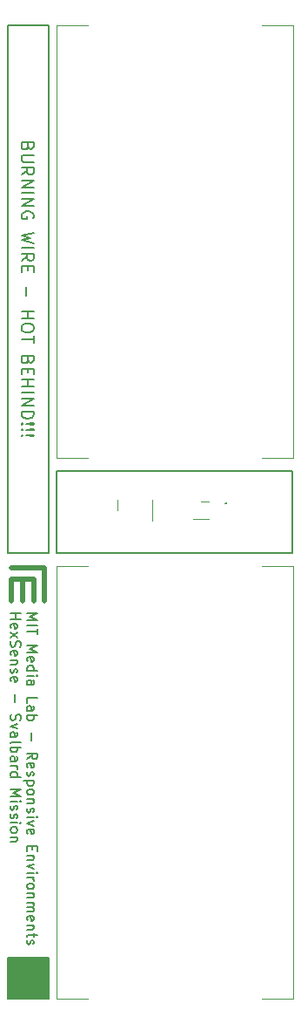
<source format=gbr>
%TF.GenerationSoftware,KiCad,Pcbnew,7.0.5*%
%TF.CreationDate,2023-06-02T13:02:35-04:00*%
%TF.ProjectId,SIDE,53494445-2e6b-4696-9361-645f70636258,rev?*%
%TF.SameCoordinates,Original*%
%TF.FileFunction,Legend,Top*%
%TF.FilePolarity,Positive*%
%FSLAX46Y46*%
G04 Gerber Fmt 4.6, Leading zero omitted, Abs format (unit mm)*
G04 Created by KiCad (PCBNEW 7.0.5) date 2023-06-02 13:02:35*
%MOMM*%
%LPD*%
G01*
G04 APERTURE LIST*
%ADD10C,0.500000*%
%ADD11C,0.150000*%
%ADD12C,0.200000*%
%ADD13C,0.120000*%
G04 APERTURE END LIST*
D10*
X139403334Y-102218022D02*
X139403334Y-104318022D01*
X141536668Y-101118022D02*
X141536668Y-104318022D01*
X138336668Y-102218022D02*
X140470000Y-102218022D01*
X138336668Y-102218022D02*
X138336668Y-104318022D01*
X141536668Y-101118022D02*
X138290000Y-101118022D01*
D11*
X137970000Y-48468022D02*
X141970000Y-48468022D01*
X141970000Y-99668022D01*
X137970000Y-99668022D01*
X137970000Y-48468022D01*
X137970000Y-138968022D02*
X141970000Y-138968022D01*
X141970000Y-142968022D01*
X137970000Y-142968022D01*
X137970000Y-138968022D01*
G36*
X137970000Y-138968022D02*
G01*
X141970000Y-138968022D01*
X141970000Y-142968022D01*
X137970000Y-142968022D01*
X137970000Y-138968022D01*
G37*
D10*
X140470000Y-102218022D02*
X140470000Y-104318022D01*
D11*
X142720000Y-91718022D02*
X165670000Y-91718022D01*
X165670000Y-99718022D01*
X142720000Y-99718022D01*
X142720000Y-91718022D01*
X139826848Y-105554801D02*
X140826848Y-105554801D01*
X140826848Y-105554801D02*
X140112563Y-105888134D01*
X140112563Y-105888134D02*
X140826848Y-106221467D01*
X140826848Y-106221467D02*
X139826848Y-106221467D01*
X139826848Y-106697658D02*
X140826848Y-106697658D01*
X140826848Y-107030991D02*
X140826848Y-107602419D01*
X139826848Y-107316705D02*
X140826848Y-107316705D01*
X139826848Y-108697658D02*
X140826848Y-108697658D01*
X140826848Y-108697658D02*
X140112563Y-109030991D01*
X140112563Y-109030991D02*
X140826848Y-109364324D01*
X140826848Y-109364324D02*
X139826848Y-109364324D01*
X139874468Y-110221467D02*
X139826848Y-110126229D01*
X139826848Y-110126229D02*
X139826848Y-109935753D01*
X139826848Y-109935753D02*
X139874468Y-109840515D01*
X139874468Y-109840515D02*
X139969706Y-109792896D01*
X139969706Y-109792896D02*
X140350658Y-109792896D01*
X140350658Y-109792896D02*
X140445896Y-109840515D01*
X140445896Y-109840515D02*
X140493515Y-109935753D01*
X140493515Y-109935753D02*
X140493515Y-110126229D01*
X140493515Y-110126229D02*
X140445896Y-110221467D01*
X140445896Y-110221467D02*
X140350658Y-110269086D01*
X140350658Y-110269086D02*
X140255420Y-110269086D01*
X140255420Y-110269086D02*
X140160182Y-109792896D01*
X139826848Y-111126229D02*
X140826848Y-111126229D01*
X139874468Y-111126229D02*
X139826848Y-111030991D01*
X139826848Y-111030991D02*
X139826848Y-110840515D01*
X139826848Y-110840515D02*
X139874468Y-110745277D01*
X139874468Y-110745277D02*
X139922087Y-110697658D01*
X139922087Y-110697658D02*
X140017325Y-110650039D01*
X140017325Y-110650039D02*
X140303039Y-110650039D01*
X140303039Y-110650039D02*
X140398277Y-110697658D01*
X140398277Y-110697658D02*
X140445896Y-110745277D01*
X140445896Y-110745277D02*
X140493515Y-110840515D01*
X140493515Y-110840515D02*
X140493515Y-111030991D01*
X140493515Y-111030991D02*
X140445896Y-111126229D01*
X139826848Y-111602420D02*
X140493515Y-111602420D01*
X140826848Y-111602420D02*
X140779229Y-111554801D01*
X140779229Y-111554801D02*
X140731610Y-111602420D01*
X140731610Y-111602420D02*
X140779229Y-111650039D01*
X140779229Y-111650039D02*
X140826848Y-111602420D01*
X140826848Y-111602420D02*
X140731610Y-111602420D01*
X139826848Y-112507181D02*
X140350658Y-112507181D01*
X140350658Y-112507181D02*
X140445896Y-112459562D01*
X140445896Y-112459562D02*
X140493515Y-112364324D01*
X140493515Y-112364324D02*
X140493515Y-112173848D01*
X140493515Y-112173848D02*
X140445896Y-112078610D01*
X139874468Y-112507181D02*
X139826848Y-112411943D01*
X139826848Y-112411943D02*
X139826848Y-112173848D01*
X139826848Y-112173848D02*
X139874468Y-112078610D01*
X139874468Y-112078610D02*
X139969706Y-112030991D01*
X139969706Y-112030991D02*
X140064944Y-112030991D01*
X140064944Y-112030991D02*
X140160182Y-112078610D01*
X140160182Y-112078610D02*
X140207801Y-112173848D01*
X140207801Y-112173848D02*
X140207801Y-112411943D01*
X140207801Y-112411943D02*
X140255420Y-112507181D01*
X139826848Y-114221467D02*
X139826848Y-113745277D01*
X139826848Y-113745277D02*
X140826848Y-113745277D01*
X139826848Y-114983372D02*
X140350658Y-114983372D01*
X140350658Y-114983372D02*
X140445896Y-114935753D01*
X140445896Y-114935753D02*
X140493515Y-114840515D01*
X140493515Y-114840515D02*
X140493515Y-114650039D01*
X140493515Y-114650039D02*
X140445896Y-114554801D01*
X139874468Y-114983372D02*
X139826848Y-114888134D01*
X139826848Y-114888134D02*
X139826848Y-114650039D01*
X139826848Y-114650039D02*
X139874468Y-114554801D01*
X139874468Y-114554801D02*
X139969706Y-114507182D01*
X139969706Y-114507182D02*
X140064944Y-114507182D01*
X140064944Y-114507182D02*
X140160182Y-114554801D01*
X140160182Y-114554801D02*
X140207801Y-114650039D01*
X140207801Y-114650039D02*
X140207801Y-114888134D01*
X140207801Y-114888134D02*
X140255420Y-114983372D01*
X139826848Y-115459563D02*
X140826848Y-115459563D01*
X140445896Y-115459563D02*
X140493515Y-115554801D01*
X140493515Y-115554801D02*
X140493515Y-115745277D01*
X140493515Y-115745277D02*
X140445896Y-115840515D01*
X140445896Y-115840515D02*
X140398277Y-115888134D01*
X140398277Y-115888134D02*
X140303039Y-115935753D01*
X140303039Y-115935753D02*
X140017325Y-115935753D01*
X140017325Y-115935753D02*
X139922087Y-115888134D01*
X139922087Y-115888134D02*
X139874468Y-115840515D01*
X139874468Y-115840515D02*
X139826848Y-115745277D01*
X139826848Y-115745277D02*
X139826848Y-115554801D01*
X139826848Y-115554801D02*
X139874468Y-115459563D01*
X140207801Y-117126230D02*
X140207801Y-117888135D01*
X139826848Y-119697658D02*
X140303039Y-119364325D01*
X139826848Y-119126230D02*
X140826848Y-119126230D01*
X140826848Y-119126230D02*
X140826848Y-119507182D01*
X140826848Y-119507182D02*
X140779229Y-119602420D01*
X140779229Y-119602420D02*
X140731610Y-119650039D01*
X140731610Y-119650039D02*
X140636372Y-119697658D01*
X140636372Y-119697658D02*
X140493515Y-119697658D01*
X140493515Y-119697658D02*
X140398277Y-119650039D01*
X140398277Y-119650039D02*
X140350658Y-119602420D01*
X140350658Y-119602420D02*
X140303039Y-119507182D01*
X140303039Y-119507182D02*
X140303039Y-119126230D01*
X139874468Y-120507182D02*
X139826848Y-120411944D01*
X139826848Y-120411944D02*
X139826848Y-120221468D01*
X139826848Y-120221468D02*
X139874468Y-120126230D01*
X139874468Y-120126230D02*
X139969706Y-120078611D01*
X139969706Y-120078611D02*
X140350658Y-120078611D01*
X140350658Y-120078611D02*
X140445896Y-120126230D01*
X140445896Y-120126230D02*
X140493515Y-120221468D01*
X140493515Y-120221468D02*
X140493515Y-120411944D01*
X140493515Y-120411944D02*
X140445896Y-120507182D01*
X140445896Y-120507182D02*
X140350658Y-120554801D01*
X140350658Y-120554801D02*
X140255420Y-120554801D01*
X140255420Y-120554801D02*
X140160182Y-120078611D01*
X139874468Y-120935754D02*
X139826848Y-121030992D01*
X139826848Y-121030992D02*
X139826848Y-121221468D01*
X139826848Y-121221468D02*
X139874468Y-121316706D01*
X139874468Y-121316706D02*
X139969706Y-121364325D01*
X139969706Y-121364325D02*
X140017325Y-121364325D01*
X140017325Y-121364325D02*
X140112563Y-121316706D01*
X140112563Y-121316706D02*
X140160182Y-121221468D01*
X140160182Y-121221468D02*
X140160182Y-121078611D01*
X140160182Y-121078611D02*
X140207801Y-120983373D01*
X140207801Y-120983373D02*
X140303039Y-120935754D01*
X140303039Y-120935754D02*
X140350658Y-120935754D01*
X140350658Y-120935754D02*
X140445896Y-120983373D01*
X140445896Y-120983373D02*
X140493515Y-121078611D01*
X140493515Y-121078611D02*
X140493515Y-121221468D01*
X140493515Y-121221468D02*
X140445896Y-121316706D01*
X140493515Y-121792897D02*
X139493515Y-121792897D01*
X140445896Y-121792897D02*
X140493515Y-121888135D01*
X140493515Y-121888135D02*
X140493515Y-122078611D01*
X140493515Y-122078611D02*
X140445896Y-122173849D01*
X140445896Y-122173849D02*
X140398277Y-122221468D01*
X140398277Y-122221468D02*
X140303039Y-122269087D01*
X140303039Y-122269087D02*
X140017325Y-122269087D01*
X140017325Y-122269087D02*
X139922087Y-122221468D01*
X139922087Y-122221468D02*
X139874468Y-122173849D01*
X139874468Y-122173849D02*
X139826848Y-122078611D01*
X139826848Y-122078611D02*
X139826848Y-121888135D01*
X139826848Y-121888135D02*
X139874468Y-121792897D01*
X139826848Y-122840516D02*
X139874468Y-122745278D01*
X139874468Y-122745278D02*
X139922087Y-122697659D01*
X139922087Y-122697659D02*
X140017325Y-122650040D01*
X140017325Y-122650040D02*
X140303039Y-122650040D01*
X140303039Y-122650040D02*
X140398277Y-122697659D01*
X140398277Y-122697659D02*
X140445896Y-122745278D01*
X140445896Y-122745278D02*
X140493515Y-122840516D01*
X140493515Y-122840516D02*
X140493515Y-122983373D01*
X140493515Y-122983373D02*
X140445896Y-123078611D01*
X140445896Y-123078611D02*
X140398277Y-123126230D01*
X140398277Y-123126230D02*
X140303039Y-123173849D01*
X140303039Y-123173849D02*
X140017325Y-123173849D01*
X140017325Y-123173849D02*
X139922087Y-123126230D01*
X139922087Y-123126230D02*
X139874468Y-123078611D01*
X139874468Y-123078611D02*
X139826848Y-122983373D01*
X139826848Y-122983373D02*
X139826848Y-122840516D01*
X140493515Y-123602421D02*
X139826848Y-123602421D01*
X140398277Y-123602421D02*
X140445896Y-123650040D01*
X140445896Y-123650040D02*
X140493515Y-123745278D01*
X140493515Y-123745278D02*
X140493515Y-123888135D01*
X140493515Y-123888135D02*
X140445896Y-123983373D01*
X140445896Y-123983373D02*
X140350658Y-124030992D01*
X140350658Y-124030992D02*
X139826848Y-124030992D01*
X139874468Y-124459564D02*
X139826848Y-124554802D01*
X139826848Y-124554802D02*
X139826848Y-124745278D01*
X139826848Y-124745278D02*
X139874468Y-124840516D01*
X139874468Y-124840516D02*
X139969706Y-124888135D01*
X139969706Y-124888135D02*
X140017325Y-124888135D01*
X140017325Y-124888135D02*
X140112563Y-124840516D01*
X140112563Y-124840516D02*
X140160182Y-124745278D01*
X140160182Y-124745278D02*
X140160182Y-124602421D01*
X140160182Y-124602421D02*
X140207801Y-124507183D01*
X140207801Y-124507183D02*
X140303039Y-124459564D01*
X140303039Y-124459564D02*
X140350658Y-124459564D01*
X140350658Y-124459564D02*
X140445896Y-124507183D01*
X140445896Y-124507183D02*
X140493515Y-124602421D01*
X140493515Y-124602421D02*
X140493515Y-124745278D01*
X140493515Y-124745278D02*
X140445896Y-124840516D01*
X139826848Y-125316707D02*
X140493515Y-125316707D01*
X140826848Y-125316707D02*
X140779229Y-125269088D01*
X140779229Y-125269088D02*
X140731610Y-125316707D01*
X140731610Y-125316707D02*
X140779229Y-125364326D01*
X140779229Y-125364326D02*
X140826848Y-125316707D01*
X140826848Y-125316707D02*
X140731610Y-125316707D01*
X140493515Y-125697659D02*
X139826848Y-125935754D01*
X139826848Y-125935754D02*
X140493515Y-126173849D01*
X139874468Y-126935754D02*
X139826848Y-126840516D01*
X139826848Y-126840516D02*
X139826848Y-126650040D01*
X139826848Y-126650040D02*
X139874468Y-126554802D01*
X139874468Y-126554802D02*
X139969706Y-126507183D01*
X139969706Y-126507183D02*
X140350658Y-126507183D01*
X140350658Y-126507183D02*
X140445896Y-126554802D01*
X140445896Y-126554802D02*
X140493515Y-126650040D01*
X140493515Y-126650040D02*
X140493515Y-126840516D01*
X140493515Y-126840516D02*
X140445896Y-126935754D01*
X140445896Y-126935754D02*
X140350658Y-126983373D01*
X140350658Y-126983373D02*
X140255420Y-126983373D01*
X140255420Y-126983373D02*
X140160182Y-126507183D01*
X140350658Y-128173850D02*
X140350658Y-128507183D01*
X139826848Y-128650040D02*
X139826848Y-128173850D01*
X139826848Y-128173850D02*
X140826848Y-128173850D01*
X140826848Y-128173850D02*
X140826848Y-128650040D01*
X140493515Y-129078612D02*
X139826848Y-129078612D01*
X140398277Y-129078612D02*
X140445896Y-129126231D01*
X140445896Y-129126231D02*
X140493515Y-129221469D01*
X140493515Y-129221469D02*
X140493515Y-129364326D01*
X140493515Y-129364326D02*
X140445896Y-129459564D01*
X140445896Y-129459564D02*
X140350658Y-129507183D01*
X140350658Y-129507183D02*
X139826848Y-129507183D01*
X140493515Y-129888136D02*
X139826848Y-130126231D01*
X139826848Y-130126231D02*
X140493515Y-130364326D01*
X139826848Y-130745279D02*
X140493515Y-130745279D01*
X140826848Y-130745279D02*
X140779229Y-130697660D01*
X140779229Y-130697660D02*
X140731610Y-130745279D01*
X140731610Y-130745279D02*
X140779229Y-130792898D01*
X140779229Y-130792898D02*
X140826848Y-130745279D01*
X140826848Y-130745279D02*
X140731610Y-130745279D01*
X139826848Y-131221469D02*
X140493515Y-131221469D01*
X140303039Y-131221469D02*
X140398277Y-131269088D01*
X140398277Y-131269088D02*
X140445896Y-131316707D01*
X140445896Y-131316707D02*
X140493515Y-131411945D01*
X140493515Y-131411945D02*
X140493515Y-131507183D01*
X139826848Y-131983374D02*
X139874468Y-131888136D01*
X139874468Y-131888136D02*
X139922087Y-131840517D01*
X139922087Y-131840517D02*
X140017325Y-131792898D01*
X140017325Y-131792898D02*
X140303039Y-131792898D01*
X140303039Y-131792898D02*
X140398277Y-131840517D01*
X140398277Y-131840517D02*
X140445896Y-131888136D01*
X140445896Y-131888136D02*
X140493515Y-131983374D01*
X140493515Y-131983374D02*
X140493515Y-132126231D01*
X140493515Y-132126231D02*
X140445896Y-132221469D01*
X140445896Y-132221469D02*
X140398277Y-132269088D01*
X140398277Y-132269088D02*
X140303039Y-132316707D01*
X140303039Y-132316707D02*
X140017325Y-132316707D01*
X140017325Y-132316707D02*
X139922087Y-132269088D01*
X139922087Y-132269088D02*
X139874468Y-132221469D01*
X139874468Y-132221469D02*
X139826848Y-132126231D01*
X139826848Y-132126231D02*
X139826848Y-131983374D01*
X140493515Y-132745279D02*
X139826848Y-132745279D01*
X140398277Y-132745279D02*
X140445896Y-132792898D01*
X140445896Y-132792898D02*
X140493515Y-132888136D01*
X140493515Y-132888136D02*
X140493515Y-133030993D01*
X140493515Y-133030993D02*
X140445896Y-133126231D01*
X140445896Y-133126231D02*
X140350658Y-133173850D01*
X140350658Y-133173850D02*
X139826848Y-133173850D01*
X139826848Y-133650041D02*
X140493515Y-133650041D01*
X140398277Y-133650041D02*
X140445896Y-133697660D01*
X140445896Y-133697660D02*
X140493515Y-133792898D01*
X140493515Y-133792898D02*
X140493515Y-133935755D01*
X140493515Y-133935755D02*
X140445896Y-134030993D01*
X140445896Y-134030993D02*
X140350658Y-134078612D01*
X140350658Y-134078612D02*
X139826848Y-134078612D01*
X140350658Y-134078612D02*
X140445896Y-134126231D01*
X140445896Y-134126231D02*
X140493515Y-134221469D01*
X140493515Y-134221469D02*
X140493515Y-134364326D01*
X140493515Y-134364326D02*
X140445896Y-134459565D01*
X140445896Y-134459565D02*
X140350658Y-134507184D01*
X140350658Y-134507184D02*
X139826848Y-134507184D01*
X139874468Y-135364326D02*
X139826848Y-135269088D01*
X139826848Y-135269088D02*
X139826848Y-135078612D01*
X139826848Y-135078612D02*
X139874468Y-134983374D01*
X139874468Y-134983374D02*
X139969706Y-134935755D01*
X139969706Y-134935755D02*
X140350658Y-134935755D01*
X140350658Y-134935755D02*
X140445896Y-134983374D01*
X140445896Y-134983374D02*
X140493515Y-135078612D01*
X140493515Y-135078612D02*
X140493515Y-135269088D01*
X140493515Y-135269088D02*
X140445896Y-135364326D01*
X140445896Y-135364326D02*
X140350658Y-135411945D01*
X140350658Y-135411945D02*
X140255420Y-135411945D01*
X140255420Y-135411945D02*
X140160182Y-134935755D01*
X140493515Y-135840517D02*
X139826848Y-135840517D01*
X140398277Y-135840517D02*
X140445896Y-135888136D01*
X140445896Y-135888136D02*
X140493515Y-135983374D01*
X140493515Y-135983374D02*
X140493515Y-136126231D01*
X140493515Y-136126231D02*
X140445896Y-136221469D01*
X140445896Y-136221469D02*
X140350658Y-136269088D01*
X140350658Y-136269088D02*
X139826848Y-136269088D01*
X140493515Y-136602422D02*
X140493515Y-136983374D01*
X140826848Y-136745279D02*
X139969706Y-136745279D01*
X139969706Y-136745279D02*
X139874468Y-136792898D01*
X139874468Y-136792898D02*
X139826848Y-136888136D01*
X139826848Y-136888136D02*
X139826848Y-136983374D01*
X139874468Y-137269089D02*
X139826848Y-137364327D01*
X139826848Y-137364327D02*
X139826848Y-137554803D01*
X139826848Y-137554803D02*
X139874468Y-137650041D01*
X139874468Y-137650041D02*
X139969706Y-137697660D01*
X139969706Y-137697660D02*
X140017325Y-137697660D01*
X140017325Y-137697660D02*
X140112563Y-137650041D01*
X140112563Y-137650041D02*
X140160182Y-137554803D01*
X140160182Y-137554803D02*
X140160182Y-137411946D01*
X140160182Y-137411946D02*
X140207801Y-137316708D01*
X140207801Y-137316708D02*
X140303039Y-137269089D01*
X140303039Y-137269089D02*
X140350658Y-137269089D01*
X140350658Y-137269089D02*
X140445896Y-137316708D01*
X140445896Y-137316708D02*
X140493515Y-137411946D01*
X140493515Y-137411946D02*
X140493515Y-137554803D01*
X140493515Y-137554803D02*
X140445896Y-137650041D01*
X138216848Y-105554801D02*
X139216848Y-105554801D01*
X138740658Y-105554801D02*
X138740658Y-106126229D01*
X138216848Y-106126229D02*
X139216848Y-106126229D01*
X138264468Y-106983372D02*
X138216848Y-106888134D01*
X138216848Y-106888134D02*
X138216848Y-106697658D01*
X138216848Y-106697658D02*
X138264468Y-106602420D01*
X138264468Y-106602420D02*
X138359706Y-106554801D01*
X138359706Y-106554801D02*
X138740658Y-106554801D01*
X138740658Y-106554801D02*
X138835896Y-106602420D01*
X138835896Y-106602420D02*
X138883515Y-106697658D01*
X138883515Y-106697658D02*
X138883515Y-106888134D01*
X138883515Y-106888134D02*
X138835896Y-106983372D01*
X138835896Y-106983372D02*
X138740658Y-107030991D01*
X138740658Y-107030991D02*
X138645420Y-107030991D01*
X138645420Y-107030991D02*
X138550182Y-106554801D01*
X138216848Y-107364325D02*
X138883515Y-107888134D01*
X138883515Y-107364325D02*
X138216848Y-107888134D01*
X138264468Y-108221468D02*
X138216848Y-108364325D01*
X138216848Y-108364325D02*
X138216848Y-108602420D01*
X138216848Y-108602420D02*
X138264468Y-108697658D01*
X138264468Y-108697658D02*
X138312087Y-108745277D01*
X138312087Y-108745277D02*
X138407325Y-108792896D01*
X138407325Y-108792896D02*
X138502563Y-108792896D01*
X138502563Y-108792896D02*
X138597801Y-108745277D01*
X138597801Y-108745277D02*
X138645420Y-108697658D01*
X138645420Y-108697658D02*
X138693039Y-108602420D01*
X138693039Y-108602420D02*
X138740658Y-108411944D01*
X138740658Y-108411944D02*
X138788277Y-108316706D01*
X138788277Y-108316706D02*
X138835896Y-108269087D01*
X138835896Y-108269087D02*
X138931134Y-108221468D01*
X138931134Y-108221468D02*
X139026372Y-108221468D01*
X139026372Y-108221468D02*
X139121610Y-108269087D01*
X139121610Y-108269087D02*
X139169229Y-108316706D01*
X139169229Y-108316706D02*
X139216848Y-108411944D01*
X139216848Y-108411944D02*
X139216848Y-108650039D01*
X139216848Y-108650039D02*
X139169229Y-108792896D01*
X138264468Y-109602420D02*
X138216848Y-109507182D01*
X138216848Y-109507182D02*
X138216848Y-109316706D01*
X138216848Y-109316706D02*
X138264468Y-109221468D01*
X138264468Y-109221468D02*
X138359706Y-109173849D01*
X138359706Y-109173849D02*
X138740658Y-109173849D01*
X138740658Y-109173849D02*
X138835896Y-109221468D01*
X138835896Y-109221468D02*
X138883515Y-109316706D01*
X138883515Y-109316706D02*
X138883515Y-109507182D01*
X138883515Y-109507182D02*
X138835896Y-109602420D01*
X138835896Y-109602420D02*
X138740658Y-109650039D01*
X138740658Y-109650039D02*
X138645420Y-109650039D01*
X138645420Y-109650039D02*
X138550182Y-109173849D01*
X138883515Y-110078611D02*
X138216848Y-110078611D01*
X138788277Y-110078611D02*
X138835896Y-110126230D01*
X138835896Y-110126230D02*
X138883515Y-110221468D01*
X138883515Y-110221468D02*
X138883515Y-110364325D01*
X138883515Y-110364325D02*
X138835896Y-110459563D01*
X138835896Y-110459563D02*
X138740658Y-110507182D01*
X138740658Y-110507182D02*
X138216848Y-110507182D01*
X138264468Y-110935754D02*
X138216848Y-111030992D01*
X138216848Y-111030992D02*
X138216848Y-111221468D01*
X138216848Y-111221468D02*
X138264468Y-111316706D01*
X138264468Y-111316706D02*
X138359706Y-111364325D01*
X138359706Y-111364325D02*
X138407325Y-111364325D01*
X138407325Y-111364325D02*
X138502563Y-111316706D01*
X138502563Y-111316706D02*
X138550182Y-111221468D01*
X138550182Y-111221468D02*
X138550182Y-111078611D01*
X138550182Y-111078611D02*
X138597801Y-110983373D01*
X138597801Y-110983373D02*
X138693039Y-110935754D01*
X138693039Y-110935754D02*
X138740658Y-110935754D01*
X138740658Y-110935754D02*
X138835896Y-110983373D01*
X138835896Y-110983373D02*
X138883515Y-111078611D01*
X138883515Y-111078611D02*
X138883515Y-111221468D01*
X138883515Y-111221468D02*
X138835896Y-111316706D01*
X138264468Y-112173849D02*
X138216848Y-112078611D01*
X138216848Y-112078611D02*
X138216848Y-111888135D01*
X138216848Y-111888135D02*
X138264468Y-111792897D01*
X138264468Y-111792897D02*
X138359706Y-111745278D01*
X138359706Y-111745278D02*
X138740658Y-111745278D01*
X138740658Y-111745278D02*
X138835896Y-111792897D01*
X138835896Y-111792897D02*
X138883515Y-111888135D01*
X138883515Y-111888135D02*
X138883515Y-112078611D01*
X138883515Y-112078611D02*
X138835896Y-112173849D01*
X138835896Y-112173849D02*
X138740658Y-112221468D01*
X138740658Y-112221468D02*
X138645420Y-112221468D01*
X138645420Y-112221468D02*
X138550182Y-111745278D01*
X138597801Y-113411945D02*
X138597801Y-114173850D01*
X138264468Y-115364326D02*
X138216848Y-115507183D01*
X138216848Y-115507183D02*
X138216848Y-115745278D01*
X138216848Y-115745278D02*
X138264468Y-115840516D01*
X138264468Y-115840516D02*
X138312087Y-115888135D01*
X138312087Y-115888135D02*
X138407325Y-115935754D01*
X138407325Y-115935754D02*
X138502563Y-115935754D01*
X138502563Y-115935754D02*
X138597801Y-115888135D01*
X138597801Y-115888135D02*
X138645420Y-115840516D01*
X138645420Y-115840516D02*
X138693039Y-115745278D01*
X138693039Y-115745278D02*
X138740658Y-115554802D01*
X138740658Y-115554802D02*
X138788277Y-115459564D01*
X138788277Y-115459564D02*
X138835896Y-115411945D01*
X138835896Y-115411945D02*
X138931134Y-115364326D01*
X138931134Y-115364326D02*
X139026372Y-115364326D01*
X139026372Y-115364326D02*
X139121610Y-115411945D01*
X139121610Y-115411945D02*
X139169229Y-115459564D01*
X139169229Y-115459564D02*
X139216848Y-115554802D01*
X139216848Y-115554802D02*
X139216848Y-115792897D01*
X139216848Y-115792897D02*
X139169229Y-115935754D01*
X138883515Y-116269088D02*
X138216848Y-116507183D01*
X138216848Y-116507183D02*
X138883515Y-116745278D01*
X138216848Y-117554802D02*
X138740658Y-117554802D01*
X138740658Y-117554802D02*
X138835896Y-117507183D01*
X138835896Y-117507183D02*
X138883515Y-117411945D01*
X138883515Y-117411945D02*
X138883515Y-117221469D01*
X138883515Y-117221469D02*
X138835896Y-117126231D01*
X138264468Y-117554802D02*
X138216848Y-117459564D01*
X138216848Y-117459564D02*
X138216848Y-117221469D01*
X138216848Y-117221469D02*
X138264468Y-117126231D01*
X138264468Y-117126231D02*
X138359706Y-117078612D01*
X138359706Y-117078612D02*
X138454944Y-117078612D01*
X138454944Y-117078612D02*
X138550182Y-117126231D01*
X138550182Y-117126231D02*
X138597801Y-117221469D01*
X138597801Y-117221469D02*
X138597801Y-117459564D01*
X138597801Y-117459564D02*
X138645420Y-117554802D01*
X138216848Y-118173850D02*
X138264468Y-118078612D01*
X138264468Y-118078612D02*
X138359706Y-118030993D01*
X138359706Y-118030993D02*
X139216848Y-118030993D01*
X138216848Y-118554803D02*
X139216848Y-118554803D01*
X138835896Y-118554803D02*
X138883515Y-118650041D01*
X138883515Y-118650041D02*
X138883515Y-118840517D01*
X138883515Y-118840517D02*
X138835896Y-118935755D01*
X138835896Y-118935755D02*
X138788277Y-118983374D01*
X138788277Y-118983374D02*
X138693039Y-119030993D01*
X138693039Y-119030993D02*
X138407325Y-119030993D01*
X138407325Y-119030993D02*
X138312087Y-118983374D01*
X138312087Y-118983374D02*
X138264468Y-118935755D01*
X138264468Y-118935755D02*
X138216848Y-118840517D01*
X138216848Y-118840517D02*
X138216848Y-118650041D01*
X138216848Y-118650041D02*
X138264468Y-118554803D01*
X138216848Y-119888136D02*
X138740658Y-119888136D01*
X138740658Y-119888136D02*
X138835896Y-119840517D01*
X138835896Y-119840517D02*
X138883515Y-119745279D01*
X138883515Y-119745279D02*
X138883515Y-119554803D01*
X138883515Y-119554803D02*
X138835896Y-119459565D01*
X138264468Y-119888136D02*
X138216848Y-119792898D01*
X138216848Y-119792898D02*
X138216848Y-119554803D01*
X138216848Y-119554803D02*
X138264468Y-119459565D01*
X138264468Y-119459565D02*
X138359706Y-119411946D01*
X138359706Y-119411946D02*
X138454944Y-119411946D01*
X138454944Y-119411946D02*
X138550182Y-119459565D01*
X138550182Y-119459565D02*
X138597801Y-119554803D01*
X138597801Y-119554803D02*
X138597801Y-119792898D01*
X138597801Y-119792898D02*
X138645420Y-119888136D01*
X138216848Y-120364327D02*
X138883515Y-120364327D01*
X138693039Y-120364327D02*
X138788277Y-120411946D01*
X138788277Y-120411946D02*
X138835896Y-120459565D01*
X138835896Y-120459565D02*
X138883515Y-120554803D01*
X138883515Y-120554803D02*
X138883515Y-120650041D01*
X138216848Y-121411946D02*
X139216848Y-121411946D01*
X138264468Y-121411946D02*
X138216848Y-121316708D01*
X138216848Y-121316708D02*
X138216848Y-121126232D01*
X138216848Y-121126232D02*
X138264468Y-121030994D01*
X138264468Y-121030994D02*
X138312087Y-120983375D01*
X138312087Y-120983375D02*
X138407325Y-120935756D01*
X138407325Y-120935756D02*
X138693039Y-120935756D01*
X138693039Y-120935756D02*
X138788277Y-120983375D01*
X138788277Y-120983375D02*
X138835896Y-121030994D01*
X138835896Y-121030994D02*
X138883515Y-121126232D01*
X138883515Y-121126232D02*
X138883515Y-121316708D01*
X138883515Y-121316708D02*
X138835896Y-121411946D01*
X138216848Y-122650042D02*
X139216848Y-122650042D01*
X139216848Y-122650042D02*
X138502563Y-122983375D01*
X138502563Y-122983375D02*
X139216848Y-123316708D01*
X139216848Y-123316708D02*
X138216848Y-123316708D01*
X138216848Y-123792899D02*
X138883515Y-123792899D01*
X139216848Y-123792899D02*
X139169229Y-123745280D01*
X139169229Y-123745280D02*
X139121610Y-123792899D01*
X139121610Y-123792899D02*
X139169229Y-123840518D01*
X139169229Y-123840518D02*
X139216848Y-123792899D01*
X139216848Y-123792899D02*
X139121610Y-123792899D01*
X138264468Y-124221470D02*
X138216848Y-124316708D01*
X138216848Y-124316708D02*
X138216848Y-124507184D01*
X138216848Y-124507184D02*
X138264468Y-124602422D01*
X138264468Y-124602422D02*
X138359706Y-124650041D01*
X138359706Y-124650041D02*
X138407325Y-124650041D01*
X138407325Y-124650041D02*
X138502563Y-124602422D01*
X138502563Y-124602422D02*
X138550182Y-124507184D01*
X138550182Y-124507184D02*
X138550182Y-124364327D01*
X138550182Y-124364327D02*
X138597801Y-124269089D01*
X138597801Y-124269089D02*
X138693039Y-124221470D01*
X138693039Y-124221470D02*
X138740658Y-124221470D01*
X138740658Y-124221470D02*
X138835896Y-124269089D01*
X138835896Y-124269089D02*
X138883515Y-124364327D01*
X138883515Y-124364327D02*
X138883515Y-124507184D01*
X138883515Y-124507184D02*
X138835896Y-124602422D01*
X138264468Y-125030994D02*
X138216848Y-125126232D01*
X138216848Y-125126232D02*
X138216848Y-125316708D01*
X138216848Y-125316708D02*
X138264468Y-125411946D01*
X138264468Y-125411946D02*
X138359706Y-125459565D01*
X138359706Y-125459565D02*
X138407325Y-125459565D01*
X138407325Y-125459565D02*
X138502563Y-125411946D01*
X138502563Y-125411946D02*
X138550182Y-125316708D01*
X138550182Y-125316708D02*
X138550182Y-125173851D01*
X138550182Y-125173851D02*
X138597801Y-125078613D01*
X138597801Y-125078613D02*
X138693039Y-125030994D01*
X138693039Y-125030994D02*
X138740658Y-125030994D01*
X138740658Y-125030994D02*
X138835896Y-125078613D01*
X138835896Y-125078613D02*
X138883515Y-125173851D01*
X138883515Y-125173851D02*
X138883515Y-125316708D01*
X138883515Y-125316708D02*
X138835896Y-125411946D01*
X138216848Y-125888137D02*
X138883515Y-125888137D01*
X139216848Y-125888137D02*
X139169229Y-125840518D01*
X139169229Y-125840518D02*
X139121610Y-125888137D01*
X139121610Y-125888137D02*
X139169229Y-125935756D01*
X139169229Y-125935756D02*
X139216848Y-125888137D01*
X139216848Y-125888137D02*
X139121610Y-125888137D01*
X138216848Y-126507184D02*
X138264468Y-126411946D01*
X138264468Y-126411946D02*
X138312087Y-126364327D01*
X138312087Y-126364327D02*
X138407325Y-126316708D01*
X138407325Y-126316708D02*
X138693039Y-126316708D01*
X138693039Y-126316708D02*
X138788277Y-126364327D01*
X138788277Y-126364327D02*
X138835896Y-126411946D01*
X138835896Y-126411946D02*
X138883515Y-126507184D01*
X138883515Y-126507184D02*
X138883515Y-126650041D01*
X138883515Y-126650041D02*
X138835896Y-126745279D01*
X138835896Y-126745279D02*
X138788277Y-126792898D01*
X138788277Y-126792898D02*
X138693039Y-126840517D01*
X138693039Y-126840517D02*
X138407325Y-126840517D01*
X138407325Y-126840517D02*
X138312087Y-126792898D01*
X138312087Y-126792898D02*
X138264468Y-126745279D01*
X138264468Y-126745279D02*
X138216848Y-126650041D01*
X138216848Y-126650041D02*
X138216848Y-126507184D01*
X138883515Y-127269089D02*
X138216848Y-127269089D01*
X138788277Y-127269089D02*
X138835896Y-127316708D01*
X138835896Y-127316708D02*
X138883515Y-127411946D01*
X138883515Y-127411946D02*
X138883515Y-127554803D01*
X138883515Y-127554803D02*
X138835896Y-127650041D01*
X138835896Y-127650041D02*
X138740658Y-127697660D01*
X138740658Y-127697660D02*
X138216848Y-127697660D01*
D12*
X139905828Y-60241026D02*
X139848685Y-60412454D01*
X139848685Y-60412454D02*
X139791542Y-60469597D01*
X139791542Y-60469597D02*
X139677257Y-60526740D01*
X139677257Y-60526740D02*
X139505828Y-60526740D01*
X139505828Y-60526740D02*
X139391542Y-60469597D01*
X139391542Y-60469597D02*
X139334400Y-60412454D01*
X139334400Y-60412454D02*
X139277257Y-60298169D01*
X139277257Y-60298169D02*
X139277257Y-59841026D01*
X139277257Y-59841026D02*
X140477257Y-59841026D01*
X140477257Y-59841026D02*
X140477257Y-60241026D01*
X140477257Y-60241026D02*
X140420114Y-60355312D01*
X140420114Y-60355312D02*
X140362971Y-60412454D01*
X140362971Y-60412454D02*
X140248685Y-60469597D01*
X140248685Y-60469597D02*
X140134400Y-60469597D01*
X140134400Y-60469597D02*
X140020114Y-60412454D01*
X140020114Y-60412454D02*
X139962971Y-60355312D01*
X139962971Y-60355312D02*
X139905828Y-60241026D01*
X139905828Y-60241026D02*
X139905828Y-59841026D01*
X140477257Y-61041026D02*
X139505828Y-61041026D01*
X139505828Y-61041026D02*
X139391542Y-61098169D01*
X139391542Y-61098169D02*
X139334400Y-61155312D01*
X139334400Y-61155312D02*
X139277257Y-61269597D01*
X139277257Y-61269597D02*
X139277257Y-61498169D01*
X139277257Y-61498169D02*
X139334400Y-61612454D01*
X139334400Y-61612454D02*
X139391542Y-61669597D01*
X139391542Y-61669597D02*
X139505828Y-61726740D01*
X139505828Y-61726740D02*
X140477257Y-61726740D01*
X139277257Y-62983883D02*
X139848685Y-62583883D01*
X139277257Y-62298169D02*
X140477257Y-62298169D01*
X140477257Y-62298169D02*
X140477257Y-62755312D01*
X140477257Y-62755312D02*
X140420114Y-62869597D01*
X140420114Y-62869597D02*
X140362971Y-62926740D01*
X140362971Y-62926740D02*
X140248685Y-62983883D01*
X140248685Y-62983883D02*
X140077257Y-62983883D01*
X140077257Y-62983883D02*
X139962971Y-62926740D01*
X139962971Y-62926740D02*
X139905828Y-62869597D01*
X139905828Y-62869597D02*
X139848685Y-62755312D01*
X139848685Y-62755312D02*
X139848685Y-62298169D01*
X139277257Y-63498169D02*
X140477257Y-63498169D01*
X140477257Y-63498169D02*
X139277257Y-64183883D01*
X139277257Y-64183883D02*
X140477257Y-64183883D01*
X139277257Y-64755312D02*
X140477257Y-64755312D01*
X139277257Y-65326741D02*
X140477257Y-65326741D01*
X140477257Y-65326741D02*
X139277257Y-66012455D01*
X139277257Y-66012455D02*
X140477257Y-66012455D01*
X140420114Y-67212455D02*
X140477257Y-67098170D01*
X140477257Y-67098170D02*
X140477257Y-66926741D01*
X140477257Y-66926741D02*
X140420114Y-66755312D01*
X140420114Y-66755312D02*
X140305828Y-66641027D01*
X140305828Y-66641027D02*
X140191542Y-66583884D01*
X140191542Y-66583884D02*
X139962971Y-66526741D01*
X139962971Y-66526741D02*
X139791542Y-66526741D01*
X139791542Y-66526741D02*
X139562971Y-66583884D01*
X139562971Y-66583884D02*
X139448685Y-66641027D01*
X139448685Y-66641027D02*
X139334400Y-66755312D01*
X139334400Y-66755312D02*
X139277257Y-66926741D01*
X139277257Y-66926741D02*
X139277257Y-67041027D01*
X139277257Y-67041027D02*
X139334400Y-67212455D01*
X139334400Y-67212455D02*
X139391542Y-67269598D01*
X139391542Y-67269598D02*
X139791542Y-67269598D01*
X139791542Y-67269598D02*
X139791542Y-67041027D01*
X140477257Y-68583884D02*
X139277257Y-68869598D01*
X139277257Y-68869598D02*
X140134400Y-69098170D01*
X140134400Y-69098170D02*
X139277257Y-69326741D01*
X139277257Y-69326741D02*
X140477257Y-69612456D01*
X139277257Y-70069599D02*
X140477257Y-70069599D01*
X139277257Y-71326742D02*
X139848685Y-70926742D01*
X139277257Y-70641028D02*
X140477257Y-70641028D01*
X140477257Y-70641028D02*
X140477257Y-71098171D01*
X140477257Y-71098171D02*
X140420114Y-71212456D01*
X140420114Y-71212456D02*
X140362971Y-71269599D01*
X140362971Y-71269599D02*
X140248685Y-71326742D01*
X140248685Y-71326742D02*
X140077257Y-71326742D01*
X140077257Y-71326742D02*
X139962971Y-71269599D01*
X139962971Y-71269599D02*
X139905828Y-71212456D01*
X139905828Y-71212456D02*
X139848685Y-71098171D01*
X139848685Y-71098171D02*
X139848685Y-70641028D01*
X139905828Y-71841028D02*
X139905828Y-72241028D01*
X139277257Y-72412456D02*
X139277257Y-71841028D01*
X139277257Y-71841028D02*
X140477257Y-71841028D01*
X140477257Y-71841028D02*
X140477257Y-72412456D01*
X139734400Y-73841028D02*
X139734400Y-74755314D01*
X139277257Y-76241028D02*
X140477257Y-76241028D01*
X139905828Y-76241028D02*
X139905828Y-76926742D01*
X139277257Y-76926742D02*
X140477257Y-76926742D01*
X140477257Y-77726742D02*
X140477257Y-77955314D01*
X140477257Y-77955314D02*
X140420114Y-78069599D01*
X140420114Y-78069599D02*
X140305828Y-78183885D01*
X140305828Y-78183885D02*
X140077257Y-78241028D01*
X140077257Y-78241028D02*
X139677257Y-78241028D01*
X139677257Y-78241028D02*
X139448685Y-78183885D01*
X139448685Y-78183885D02*
X139334400Y-78069599D01*
X139334400Y-78069599D02*
X139277257Y-77955314D01*
X139277257Y-77955314D02*
X139277257Y-77726742D01*
X139277257Y-77726742D02*
X139334400Y-77612457D01*
X139334400Y-77612457D02*
X139448685Y-77498171D01*
X139448685Y-77498171D02*
X139677257Y-77441028D01*
X139677257Y-77441028D02*
X140077257Y-77441028D01*
X140077257Y-77441028D02*
X140305828Y-77498171D01*
X140305828Y-77498171D02*
X140420114Y-77612457D01*
X140420114Y-77612457D02*
X140477257Y-77726742D01*
X140477257Y-78583885D02*
X140477257Y-79269600D01*
X139277257Y-78926742D02*
X140477257Y-78926742D01*
X139905828Y-80983886D02*
X139848685Y-81155314D01*
X139848685Y-81155314D02*
X139791542Y-81212457D01*
X139791542Y-81212457D02*
X139677257Y-81269600D01*
X139677257Y-81269600D02*
X139505828Y-81269600D01*
X139505828Y-81269600D02*
X139391542Y-81212457D01*
X139391542Y-81212457D02*
X139334400Y-81155314D01*
X139334400Y-81155314D02*
X139277257Y-81041029D01*
X139277257Y-81041029D02*
X139277257Y-80583886D01*
X139277257Y-80583886D02*
X140477257Y-80583886D01*
X140477257Y-80583886D02*
X140477257Y-80983886D01*
X140477257Y-80983886D02*
X140420114Y-81098172D01*
X140420114Y-81098172D02*
X140362971Y-81155314D01*
X140362971Y-81155314D02*
X140248685Y-81212457D01*
X140248685Y-81212457D02*
X140134400Y-81212457D01*
X140134400Y-81212457D02*
X140020114Y-81155314D01*
X140020114Y-81155314D02*
X139962971Y-81098172D01*
X139962971Y-81098172D02*
X139905828Y-80983886D01*
X139905828Y-80983886D02*
X139905828Y-80583886D01*
X139905828Y-81783886D02*
X139905828Y-82183886D01*
X139277257Y-82355314D02*
X139277257Y-81783886D01*
X139277257Y-81783886D02*
X140477257Y-81783886D01*
X140477257Y-81783886D02*
X140477257Y-82355314D01*
X139277257Y-82869600D02*
X140477257Y-82869600D01*
X139905828Y-82869600D02*
X139905828Y-83555314D01*
X139277257Y-83555314D02*
X140477257Y-83555314D01*
X139277257Y-84126743D02*
X140477257Y-84126743D01*
X139277257Y-84698172D02*
X140477257Y-84698172D01*
X140477257Y-84698172D02*
X139277257Y-85383886D01*
X139277257Y-85383886D02*
X140477257Y-85383886D01*
X139277257Y-85955315D02*
X140477257Y-85955315D01*
X140477257Y-85955315D02*
X140477257Y-86241029D01*
X140477257Y-86241029D02*
X140420114Y-86412458D01*
X140420114Y-86412458D02*
X140305828Y-86526743D01*
X140305828Y-86526743D02*
X140191542Y-86583886D01*
X140191542Y-86583886D02*
X139962971Y-86641029D01*
X139962971Y-86641029D02*
X139791542Y-86641029D01*
X139791542Y-86641029D02*
X139562971Y-86583886D01*
X139562971Y-86583886D02*
X139448685Y-86526743D01*
X139448685Y-86526743D02*
X139334400Y-86412458D01*
X139334400Y-86412458D02*
X139277257Y-86241029D01*
X139277257Y-86241029D02*
X139277257Y-85955315D01*
X139391542Y-87155315D02*
X139334400Y-87212458D01*
X139334400Y-87212458D02*
X139277257Y-87155315D01*
X139277257Y-87155315D02*
X139334400Y-87098172D01*
X139334400Y-87098172D02*
X139391542Y-87155315D01*
X139391542Y-87155315D02*
X139277257Y-87155315D01*
X139734400Y-87155315D02*
X140420114Y-87098172D01*
X140420114Y-87098172D02*
X140477257Y-87155315D01*
X140477257Y-87155315D02*
X140420114Y-87212458D01*
X140420114Y-87212458D02*
X139734400Y-87155315D01*
X139734400Y-87155315D02*
X140477257Y-87155315D01*
X139391542Y-87726744D02*
X139334400Y-87783887D01*
X139334400Y-87783887D02*
X139277257Y-87726744D01*
X139277257Y-87726744D02*
X139334400Y-87669601D01*
X139334400Y-87669601D02*
X139391542Y-87726744D01*
X139391542Y-87726744D02*
X139277257Y-87726744D01*
X139734400Y-87726744D02*
X140420114Y-87669601D01*
X140420114Y-87669601D02*
X140477257Y-87726744D01*
X140477257Y-87726744D02*
X140420114Y-87783887D01*
X140420114Y-87783887D02*
X139734400Y-87726744D01*
X139734400Y-87726744D02*
X140477257Y-87726744D01*
X139391542Y-88298173D02*
X139334400Y-88355316D01*
X139334400Y-88355316D02*
X139277257Y-88298173D01*
X139277257Y-88298173D02*
X139334400Y-88241030D01*
X139334400Y-88241030D02*
X139391542Y-88298173D01*
X139391542Y-88298173D02*
X139277257Y-88298173D01*
X139734400Y-88298173D02*
X140420114Y-88241030D01*
X140420114Y-88241030D02*
X140477257Y-88298173D01*
X140477257Y-88298173D02*
X140420114Y-88355316D01*
X140420114Y-88355316D02*
X139734400Y-88298173D01*
X139734400Y-88298173D02*
X140477257Y-88298173D01*
D13*
%TO.C,SC2*%
X165720000Y-142958022D02*
X165720000Y-100958022D01*
X165720000Y-142958022D02*
X162720000Y-142958022D01*
X165720000Y-100958022D02*
X162720000Y-100958022D01*
X145720000Y-142958022D02*
X142720000Y-142958022D01*
X142720000Y-142958022D02*
X142720000Y-100958022D01*
X142720000Y-100958022D02*
X145720000Y-100958022D01*
%TO.C,U1*%
X152012500Y-96523022D02*
X152012500Y-94523022D01*
X148592500Y-95523022D02*
X148592500Y-94523022D01*
%TO.C,SC1*%
X142720000Y-48468022D02*
X142720000Y-90468022D01*
X142720000Y-48468022D02*
X145720000Y-48468022D01*
X142720000Y-90468022D02*
X145720000Y-90468022D01*
X162720000Y-48468022D02*
X165720000Y-48468022D01*
X165720000Y-48468022D02*
X165720000Y-90468022D01*
X165720000Y-90468022D02*
X162720000Y-90468022D01*
%TO.C,U3*%
X156010000Y-96383022D02*
X157510000Y-96383022D01*
X156760000Y-94663022D02*
X157510000Y-94663022D01*
D12*
%TO.C,IC1*%
X159145000Y-94873022D02*
X159145000Y-94873022D01*
X159145000Y-94873022D02*
X159145000Y-94873022D01*
X159245000Y-94873022D02*
X159245000Y-94873022D01*
X159245000Y-94873022D02*
G75*
G03*
X159145000Y-94873022I-50000J0D01*
G01*
X159145000Y-94873022D02*
G75*
G03*
X159245000Y-94873022I50000J0D01*
G01*
X159145000Y-94873022D02*
G75*
G03*
X159245000Y-94873022I50000J0D01*
G01*
%TD*%
M02*

</source>
